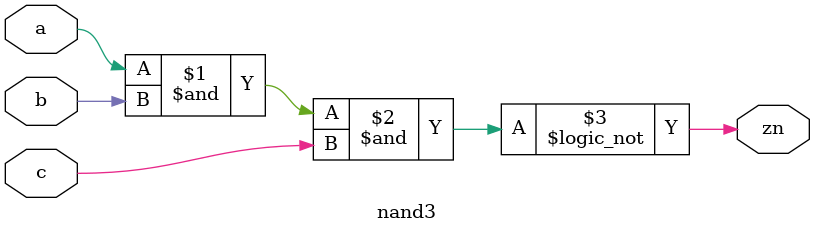
<source format=v>
module nand3 (
   zn,
   a, b, c
   );
   parameter DELAY = 1;
   input a,b,c;
   output zn;
   assign #DELAY zn= !(a & b & c);
endmodule
</source>
